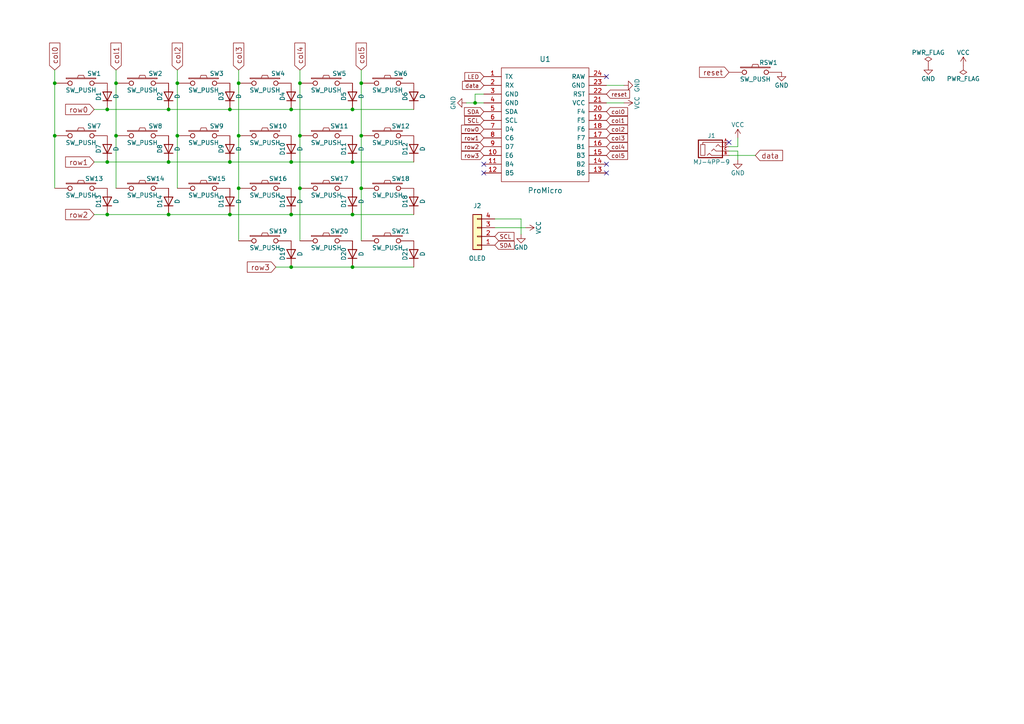
<source format=kicad_sch>
(kicad_sch (version 20230121) (generator eeschema)
  (paper "A4")
  (title_block (title "Corne Light") (date "2018-12-26") (rev "2.1") (company "foostan"))
  (lib_symbols
    (symbol "Connector_Generic:Conn_01x04" (pin_names (offset 1.016) hide)
      (property "Reference" "J" (at 0 5.08 0))
      (property "Value" "Conn_01x04" (at 0 -7.62 0))
      (symbol "Conn_01x04_1_1"
        (rectangle (start -1.27 -4.953) (end 0 -5.207) (stroke (width 0.1524)))
        (rectangle (start -1.27 -2.413) (end 0 -2.667) (stroke (width 0.1524)))
        (rectangle (start -1.27 0.127) (end 0 -0.127) (stroke (width 0.1524)))
        (rectangle (start -1.27 2.667) (end 0 2.413) (stroke (width 0.1524)))
        (rectangle (start -1.27 3.81) (end 1.27 -6.35) (stroke (width 0.254)) (fill (type background)))
        (pin passive line (at -5.08 2.54 0) (length 3.81) (name "Pin_1") (number "1"))
        (pin passive line (at -5.08 0 0) (length 3.81) (name "Pin_2") (number "2"))
        (pin passive line (at -5.08 -2.54 0) (length 3.81) (name "Pin_3") (number "3"))
        (pin passive line (at -5.08 -5.08 0) (length 3.81) (name "Pin_4") (number "4"))
      )
    )
    (symbol "Device:D" (pin_numbers hide) (pin_names (offset 1.016) hide)
      (property "Reference" "D" (at 0 2.54 0))
      (property "Value" "D" (at 0 -2.54 0))
      (symbol "D_0_1"
        (polyline (pts (xy -1.27 1.27) (xy -1.27 -1.27)) (stroke (width 0.254)))
        (polyline (pts (xy 1.27 0) (xy -1.27 0)))
        (polyline (pts (xy 1.27 1.27) (xy 1.27 -1.27) (xy -1.27 0) (xy 1.27 1.27)) (stroke (width 0.254)))
      )
      (symbol "D_1_1"
        (pin passive line (at -3.81 0 0) (length 2.54) (name "K") (number "1"))
        (pin passive line (at 3.81 0 180) (length 2.54) (name "A") (number "2"))
      )
    )
    (symbol "chococorne-rescue:MJ-4PP-9-kbd-corne-light-rescue" (pin_names (offset 1.016))
      (property "Reference" "J" (at 0 3.81 0))
      (property "Value" "MJ-4PP-9-kbd-corne-light-rescue" (at 0 -3.81 0))
      (symbol "MJ-4PP-9-kbd-corne-light-rescue_0_1"
        (rectangle (start -1.905 -1.905) (end -3.175 1.27))
        (polyline (pts (xy -2.54 1.27) (xy -2.54 1.905) (xy 3.175 1.905)))
        (polyline (pts (xy -1.27 -1.905) (xy -0.635 -1.27) (xy 0 -1.905) (xy 3.175 -1.905)))
        (polyline (pts (xy 0 -0.635) (xy 0.635 0) (xy 1.27 -0.635) (xy 3.175 -0.635)))
        (polyline (pts (xy 1.27 0.635) (xy 1.905 1.27) (xy 2.54 0.635) (xy 3.175 0.635)))
        (rectangle (start 3.175 2.54) (end -3.81 -2.54) (stroke (width 0.3048)))
      )
      (symbol "MJ-4PP-9-kbd-corne-light-rescue_1_1"
        (pin input line (at 5.08 1.905 180) (length 2.0066) (name "~") (number "A"))
        (pin input line (at 5.08 -1.905 180) (length 2.0066) (name "~") (number "B"))
        (pin input line (at 5.08 -0.635 180) (length 2.0066) (name "~") (number "C"))
        (pin input line (at 5.08 0.635 180) (length 2.0066) (name "~") (number "D"))
      )
    )
    (symbol "chococorne-rescue:ProMicro-kbd-corne-light-rescue" (pin_names (offset 1.016))
      (property "Reference" "U" (at 0 24.13 0))
      (property "Value" "ProMicro-kbd-corne-light-rescue" (at 0 -13.97 0))
      (symbol "ProMicro-kbd-corne-light-rescue_0_1"
        (rectangle (start -12.7 21.59) (end 12.7 -11.43))
      )
      (symbol "ProMicro-kbd-corne-light-rescue_1_1"
        (pin bidirectional line (at -17.78 19.05 0) (length 5.08) (name "TX") (number "1"))
        (pin bidirectional line (at -17.78 -3.81 0) (length 5.08) (name "E6") (number "10"))
        (pin bidirectional line (at -17.78 -6.35 0) (length 5.08) (name "B4") (number "11"))
        (pin bidirectional line (at -17.78 -8.89 0) (length 5.08) (name "B5") (number "12"))
        (pin bidirectional line (at 17.78 -8.89 180) (length 5.08) (name "B6") (number "13"))
        (pin bidirectional line (at 17.78 -6.35 180) (length 5.08) (name "B2") (number "14"))
        (pin bidirectional line (at 17.78 -3.81 180) (length 5.08) (name "B3") (number "15"))
        (pin bidirectional line (at 17.78 -1.27 180) (length 5.08) (name "B1") (number "16"))
        (pin bidirectional line (at 17.78 1.27 180) (length 5.08) (name "F7") (number "17"))
        (pin bidirectional line (at 17.78 3.81 180) (length 5.08) (name "F6") (number "18"))
        (pin bidirectional line (at 17.78 6.35 180) (length 5.08) (name "F5") (number "19"))
        (pin bidirectional line (at -17.78 16.51 0) (length 5.08) (name "RX") (number "2"))
        (pin bidirectional line (at 17.78 8.89 180) (length 5.08) (name "F4") (number "20"))
        (pin power_in line (at 17.78 11.43 180) (length 5.08) (name "VCC") (number "21"))
        (pin input line (at 17.78 13.97 180) (length 5.08) (name "RST") (number "22"))
        (pin power_in line (at 17.78 16.51 180) (length 5.08) (name "GND") (number "23"))
        (pin power_out line (at 17.78 19.05 180) (length 5.08) (name "RAW") (number "24"))
        (pin power_in line (at -17.78 13.97 0) (length 5.08) (name "GND") (number "3"))
        (pin power_in line (at -17.78 11.43 0) (length 5.08) (name "GND") (number "4"))
        (pin bidirectional line (at -17.78 8.89 0) (length 5.08) (name "SDA") (number "5"))
        (pin bidirectional line (at -17.78 6.35 0) (length 5.08) (name "SCL") (number "6"))
        (pin bidirectional line (at -17.78 3.81 0) (length 5.08) (name "D4") (number "7"))
        (pin bidirectional line (at -17.78 1.27 0) (length 5.08) (name "C6") (number "8"))
        (pin bidirectional line (at -17.78 -1.27 0) (length 5.08) (name "D7") (number "9"))
      )
    )
    (symbol "chococorne-rescue:SW_PUSH-kbd-corne-light-rescue" (pin_numbers hide) (pin_names (offset 1.016) hide)
      (property "Reference" "SW" (at 3.81 2.794 0))
      (property "Value" "SW_PUSH-kbd-corne-light-rescue" (at 0 -2.032 0))
      (symbol "SW_PUSH-kbd-corne-light-rescue_0_1"
        (rectangle (start -4.318 1.27) (end 4.318 1.524))
        (polyline (pts (xy -1.016 1.524) (xy -0.762 2.286) (xy 0.762 2.286) (xy 1.016 1.524)))
        (pin passive inverted (at -7.62 0 0) (length 5.08) (name "1") (number "1"))
        (pin passive inverted (at 7.62 0 180) (length 5.08) (name "2") (number "2"))
      )
    )
    (symbol "power:GND" (power) (pin_names (offset 0))
      (property "Value" "GND" (at 0 -3.81 0))
      (symbol "GND_0_1"
        (polyline (pts (xy 0 0) (xy 0 -1.27) (xy 1.27 -1.27) (xy 0 -2.54) (xy -1.27 -1.27) (xy 0 -1.27)))
      )
      (symbol "GND_1_1"
        (pin power_in line (at 0 0 270) (length 0) hide (name "GND") (number "1"))
      )
    )
    (symbol "power:PWR_FLAG" (power) (pin_numbers hide) (pin_names (offset 0) hide)
      (property "Value" "PWR_FLAG" (at 0 3.81 0))
      (symbol "PWR_FLAG_0_0"
        (pin power_out line (at 0 0 90) (length 0) (name "pwr") (number "1"))
      )
      (symbol "PWR_FLAG_0_1"
        (polyline (pts (xy 0 0) (xy 0 1.27) (xy -1.016 1.905) (xy 0 2.54) (xy 1.016 1.905) (xy 0 1.27)))
      )
    )
    (symbol "power:VCC" (power) (pin_names (offset 0))
      (property "Value" "VCC" (at 0 3.81 0))
      (symbol "VCC_0_1"
        (polyline (pts (xy -0.762 1.27) (xy 0 2.54)))
        (polyline (pts (xy 0 0) (xy 0 2.54)))
        (polyline (pts (xy 0 2.54) (xy 0.762 1.27)))
      )
      (symbol "VCC_1_1"
        (pin power_in line (at 0 0 90) (length 0) hide (name "VCC") (number "1"))
      )
    )
  )
  (junction (at 102.235 31.75))
  (junction (at 48.895 31.75))
  (junction (at 48.895 62.23))
  (junction (at 84.455 77.47))
  (junction (at 33.655 39.37))
  (junction (at 104.775 24.13))
  (junction (at 15.875 39.37))
  (junction (at 15.875 24.13))
  (junction (at 69.215 54.61))
  (junction (at 31.115 46.99))
  (junction (at 33.655 24.13))
  (junction (at 51.435 39.37))
  (junction (at 84.455 31.75))
  (junction (at 86.995 24.13))
  (junction (at 84.455 62.23))
  (junction (at 104.775 39.37))
  (junction (at 69.215 24.13))
  (junction (at 102.235 62.23))
  (junction (at 66.675 62.23))
  (junction (at 84.455 46.99))
  (junction (at 66.675 46.99))
  (junction (at 104.775 54.61))
  (junction (at 31.115 31.75))
  (junction (at 69.215 39.37))
  (junction (at 51.435 24.13))
  (junction (at 86.995 54.61))
  (junction (at 31.115 62.23))
  (junction (at 66.675 31.75))
  (junction (at 137.795 29.845))
  (junction (at 86.995 39.37))
  (junction (at 48.895 46.99))
  (junction (at 102.235 77.47))
  (junction (at 102.235 46.99))
  (no_connect (at 211.455 41.275))
  (no_connect (at 140.335 50.165))
  (no_connect (at 175.895 47.625))
  (no_connect (at 175.895 50.165))
  (no_connect (at 140.335 47.625))
  (no_connect (at 175.895 22.225))
  (wire (pts (xy 86.995 39.37) (xy 86.995 54.61)))
  (wire (pts (xy 102.235 62.23) (xy 120.015 62.23)))
  (wire (pts (xy 15.875 20.32) (xy 15.875 24.13)))
  (wire (pts (xy 27.305 62.23) (xy 31.115 62.23)))
  (wire (pts (xy 175.895 29.845) (xy 180.975 29.845)))
  (wire (pts (xy 104.775 54.61) (xy 104.775 69.85)))
  (wire (pts (xy 66.675 31.75) (xy 84.455 31.75)))
  (wire (pts (xy 69.215 24.13) (xy 69.215 39.37)))
  (wire (pts (xy 84.455 62.23) (xy 102.235 62.23)))
  (wire (pts (xy 135.255 29.845) (xy 137.795 29.845)))
  (wire (pts (xy 137.795 27.305) (xy 137.795 29.845)))
  (wire (pts (xy 33.655 24.13) (xy 33.655 39.37)))
  (wire (pts (xy 66.675 46.99) (xy 84.455 46.99)))
  (wire (pts (xy 69.215 54.61) (xy 69.215 69.85)))
  (wire (pts (xy 48.895 62.23) (xy 66.675 62.23)))
  (wire (pts (xy 86.995 20.32) (xy 86.995 24.13)))
  (wire (pts (xy 51.435 20.32) (xy 51.435 24.13)))
  (wire (pts (xy 102.235 46.99) (xy 120.015 46.99)))
  (wire (pts (xy 80.01 77.47) (xy 84.455 77.47)))
  (wire (pts (xy 151.13 67.945) (xy 151.13 63.5)))
  (wire (pts (xy 137.795 29.845) (xy 140.335 29.845)))
  (wire (pts (xy 31.115 31.75) (xy 48.895 31.75)))
  (wire (pts (xy 104.775 20.32) (xy 104.775 24.13)))
  (wire (pts (xy 15.875 39.37) (xy 15.875 54.61)))
  (wire (pts (xy 84.455 31.75) (xy 102.235 31.75)))
  (wire (pts (xy 31.115 62.23) (xy 48.895 62.23)))
  (wire (pts (xy 27.305 31.75) (xy 31.115 31.75)))
  (wire (pts (xy 213.995 43.815) (xy 213.995 46.355)))
  (wire (pts (xy 140.335 27.305) (xy 137.795 27.305)))
  (wire (pts (xy 104.775 39.37) (xy 104.775 54.61)))
  (wire (pts (xy 211.455 45.085) (xy 219.075 45.085)))
  (wire (pts (xy 27.305 46.99) (xy 31.115 46.99)))
  (wire (pts (xy 33.655 20.32) (xy 33.655 24.13)))
  (wire (pts (xy 33.655 39.37) (xy 33.655 54.61)))
  (wire (pts (xy 104.775 24.13) (xy 104.775 39.37)))
  (wire (pts (xy 213.995 42.545) (xy 213.995 40.005)))
  (wire (pts (xy 86.995 54.61) (xy 86.995 69.85)))
  (wire (pts (xy 15.875 24.13) (xy 15.875 39.37)))
  (wire (pts (xy 102.235 77.47) (xy 120.015 77.47)))
  (wire (pts (xy 84.455 46.99) (xy 102.235 46.99)))
  (wire (pts (xy 211.455 43.815) (xy 213.995 43.815)))
  (wire (pts (xy 102.235 31.75) (xy 120.015 31.75)))
  (wire (pts (xy 51.435 24.13) (xy 51.435 39.37)))
  (wire (pts (xy 143.51 66.04) (xy 152.4 66.04)))
  (wire (pts (xy 66.675 62.23) (xy 84.455 62.23)))
  (wire (pts (xy 84.455 77.47) (xy 102.235 77.47)))
  (wire (pts (xy 86.995 24.13) (xy 86.995 39.37)))
  (wire (pts (xy 69.215 39.37) (xy 69.215 54.61)))
  (wire (pts (xy 48.895 31.75) (xy 66.675 31.75)))
  (wire (pts (xy 48.895 46.99) (xy 66.675 46.99)))
  (wire (pts (xy 151.13 63.5) (xy 143.51 63.5)))
  (wire (pts (xy 51.435 39.37) (xy 51.435 54.61)))
  (wire (pts (xy 69.215 20.32) (xy 69.215 24.13)))
  (wire (pts (xy 211.455 42.545) (xy 213.995 42.545)))
  (wire (pts (xy 175.895 24.765) (xy 180.975 24.765)))
  (wire (pts (xy 31.115 46.99) (xy 48.895 46.99)))
  (global_label "row2" (shape input) (at 27.305 62.23 180) (effects (font (size 1.524 1.524))) (property "Intersheetrefs" "${INTERSHEET_REFS}" (effects hide)))
  (global_label "col5" (shape input) (at 175.895 45.085 0) (effects (font (size 1.1938 1.1938))) (property "Intersheetrefs" "${INTERSHEET_REFS}" (effects hide)))
  (global_label "row2" (shape input) (at 140.335 42.545 180) (effects (font (size 1.1938 1.1938))) (property "Intersheetrefs" "${INTERSHEET_REFS}" (effects hide)))
  (global_label "col4" (shape input) (at 175.895 42.545 0) (effects (font (size 1.1938 1.1938))) (property "Intersheetrefs" "${INTERSHEET_REFS}" (effects hide)))
  (global_label "col1" (shape input) (at 33.655 20.32 90) (effects (font (size 1.524 1.524))) (property "Intersheetrefs" "${INTERSHEET_REFS}" (effects hide)))
  (global_label "SDA" (shape input) (at 143.51 71.12 0) (effects (font (size 1.1938 1.1938))) (property "Intersheetrefs" "${INTERSHEET_REFS}" (effects hide)))
  (global_label "data" (shape input) (at 219.075 45.085 0) (effects (font (size 1.524 1.524))) (property "Intersheetrefs" "${INTERSHEET_REFS}" (effects hide)))
  (global_label "col3" (shape input) (at 175.895 40.005 0) (effects (font (size 1.1938 1.1938))) (property "Intersheetrefs" "${INTERSHEET_REFS}" (effects hide)))
  (global_label "SDA" (shape input) (at 140.335 32.385 180) (effects (font (size 1.1938 1.1938))) (property "Intersheetrefs" "${INTERSHEET_REFS}" (effects hide)))
  (global_label "SCL" (shape input) (at 140.335 34.925 180) (effects (font (size 1.1938 1.1938))) (property "Intersheetrefs" "${INTERSHEET_REFS}" (effects hide)))
  (global_label "col5" (shape input) (at 104.775 20.32 90) (effects (font (size 1.524 1.524))) (property "Intersheetrefs" "${INTERSHEET_REFS}" (effects hide)))
  (global_label "row3" (shape input) (at 140.335 45.085 180) (effects (font (size 1.1938 1.1938))) (property "Intersheetrefs" "${INTERSHEET_REFS}" (effects hide)))
  (global_label "row3" (shape input) (at 80.01 77.47 180) (effects (font (size 1.524 1.524))) (property "Intersheetrefs" "${INTERSHEET_REFS}" (effects hide)))
  (global_label "col0" (shape input) (at 15.875 20.32 90) (effects (font (size 1.524 1.524))) (property "Intersheetrefs" "${INTERSHEET_REFS}" (effects hide)))
  (global_label "row1" (shape input) (at 27.305 46.99 180) (effects (font (size 1.524 1.524))) (property "Intersheetrefs" "${INTERSHEET_REFS}" (effects hide)))
  (global_label "reset" (shape input) (at 211.455 20.955 180) (effects (font (size 1.524 1.524))) (property "Intersheetrefs" "${INTERSHEET_REFS}" (effects hide)))
  (global_label "col0" (shape input) (at 175.895 32.385 0) (effects (font (size 1.1938 1.1938))) (property "Intersheetrefs" "${INTERSHEET_REFS}" (effects hide)))
  (global_label "col4" (shape input) (at 86.995 20.32 90) (effects (font (size 1.524 1.524))) (property "Intersheetrefs" "${INTERSHEET_REFS}" (effects hide)))
  (global_label "col2" (shape input) (at 175.895 37.465 0) (effects (font (size 1.1938 1.1938))) (property "Intersheetrefs" "${INTERSHEET_REFS}" (effects hide)))
  (global_label "row0" (shape input) (at 140.335 37.465 180) (effects (font (size 1.1938 1.1938))) (property "Intersheetrefs" "${INTERSHEET_REFS}" (effects hide)))
  (global_label "LED" (shape input) (at 140.335 22.225 180) (effects (font (size 1.1938 1.1938))) (property "Intersheetrefs" "${INTERSHEET_REFS}" (effects hide)))
  (global_label "reset" (shape input) (at 175.895 27.305 0) (effects (font (size 1.1938 1.1938))) (property "Intersheetrefs" "${INTERSHEET_REFS}" (effects hide)))
  (global_label "row0" (shape input) (at 27.305 31.75 180) (effects (font (size 1.524 1.524))) (property "Intersheetrefs" "${INTERSHEET_REFS}" (effects hide)))
  (global_label "data" (shape input) (at 140.335 24.765 180) (effects (font (size 1.1938 1.1938))) (property "Intersheetrefs" "${INTERSHEET_REFS}" (effects hide)))
  (global_label "row1" (shape input) (at 140.335 40.005 180) (effects (font (size 1.1938 1.1938))) (property "Intersheetrefs" "${INTERSHEET_REFS}" (effects hide)))
  (global_label "SCL" (shape input) (at 143.51 68.58 0) (effects (font (size 1.1938 1.1938))) (property "Intersheetrefs" "${INTERSHEET_REFS}" (effects hide)))
  (global_label "col1" (shape input) (at 175.895 34.925 0) (effects (font (size 1.1938 1.1938))) (property "Intersheetrefs" "${INTERSHEET_REFS}" (effects hide)))
  (global_label "col2" (shape input) (at 51.435 20.32 90) (effects (font (size 1.524 1.524))) (property "Intersheetrefs" "${INTERSHEET_REFS}" (effects hide)))
  (global_label "col3" (shape input) (at 69.215 20.32 90) (effects (font (size 1.524 1.524))) (property "Intersheetrefs" "${INTERSHEET_REFS}" (effects hide)))
  (symbol (lib_id "chococorne-rescue:ProMicro-kbd-corne-light-rescue") (at 158.115 41.275 0) (unit 1)
    (property "Reference" "U1" (at 158.115 17.145 0) (effects (font (size 1.524 1.524))))
    (property "Value" "ProMicro" (at 158.115 55.245 0) (effects (font (size 1.524 1.524))))
    (property "Footprint" "kbd:ProMicro_v2_1side" (effects hide))
  )
  (symbol (lib_id "chococorne-rescue:SW_PUSH-kbd-corne-light-rescue") (at 41.275 24.13 0) (unit 1)
    (property "Reference" "SW2" (at 45.085 21.336 0))
    (property "Value" "SW_PUSH" (at 41.275 26.162 0))
    (property "Footprint" "kbd:CherryMX_Choc_1u" (effects hide))
  )
  (symbol (lib_id "Device:D") (at 48.895 27.94 90) (unit 1)
    (property "Reference" "D2" (at 46.355 27.94 0))
    (property "Value" "D" (at 51.435 27.94 0))
    (property "Footprint" "kbd:D3_SMD" (effects hide))
  )
  (symbol (lib_id "chococorne-rescue:SW_PUSH-kbd-corne-light-rescue") (at 59.055 24.13 0) (unit 1)
    (property "Reference" "SW3" (at 62.865 21.336 0))
    (property "Value" "SW_PUSH" (at 59.055 26.162 0))
    (property "Footprint" "kbd:CherryMX_Choc_1u" (effects hide))
  )
  (symbol (lib_id "Device:D") (at 66.675 27.94 90) (unit 1)
    (property "Reference" "D3" (at 64.135 27.94 0))
    (property "Value" "D" (at 69.215 27.94 0))
    (property "Footprint" "kbd:D3_SMD" (effects hide))
  )
  (symbol (lib_id "chococorne-rescue:SW_PUSH-kbd-corne-light-rescue") (at 76.835 24.13 0) (unit 1)
    (property "Reference" "SW4" (at 80.645 21.336 0))
    (property "Value" "SW_PUSH" (at 76.835 26.162 0))
    (property "Footprint" "kbd:CherryMX_Choc_1u" (effects hide))
  )
  (symbol (lib_id "chococorne-rescue:SW_PUSH-kbd-corne-light-rescue") (at 94.615 24.13 0) (unit 1)
    (property "Reference" "SW5" (at 98.425 21.336 0))
    (property "Value" "SW_PUSH" (at 94.615 26.162 0))
    (property "Footprint" "kbd:CherryMX_Choc_1u" (effects hide))
  )
  (symbol (lib_id "chococorne-rescue:SW_PUSH-kbd-corne-light-rescue") (at 112.395 24.13 0) (unit 1)
    (property "Reference" "SW6" (at 116.205 21.336 0))
    (property "Value" "SW_PUSH" (at 112.395 26.162 0))
    (property "Footprint" "kbd:CherryMX_Choc_1u" (effects hide))
  )
  (symbol (lib_id "Device:D") (at 84.455 27.94 90) (unit 1)
    (property "Reference" "D4" (at 81.915 27.94 0))
    (property "Value" "D" (at 86.995 27.94 0))
    (property "Footprint" "kbd:D3_SMD" (effects hide))
  )
  (symbol (lib_id "Device:D") (at 102.235 27.94 90) (unit 1)
    (property "Reference" "D5" (at 99.695 27.94 0))
    (property "Value" "D" (at 104.775 27.94 0))
    (property "Footprint" "kbd:D3_SMD" (effects hide))
  )
  (symbol (lib_id "Device:D") (at 120.015 27.94 90) (unit 1)
    (property "Reference" "D6" (at 117.475 27.94 0))
    (property "Value" "D" (at 122.555 27.94 0))
    (property "Footprint" "kbd:D3_SMD" (effects hide))
  )
  (symbol (lib_id "chococorne-rescue:SW_PUSH-kbd-corne-light-rescue") (at 23.495 24.13 0) (unit 1)
    (property "Reference" "SW1" (at 27.305 21.336 0))
    (property "Value" "SW_PUSH" (at 23.495 26.162 0))
    (property "Footprint" "kbd:CherryMX_Choc_1u" (effects hide))
  )
  (symbol (lib_id "Device:D") (at 31.115 27.94 90) (unit 1)
    (property "Reference" "D1" (at 28.575 27.94 0))
    (property "Value" "D" (at 33.655 27.94 0))
    (property "Footprint" "kbd:D3_SMD" (effects hide))
  )
  (symbol (lib_id "chococorne-rescue:SW_PUSH-kbd-corne-light-rescue") (at 41.275 39.37 0) (unit 1)
    (property "Reference" "SW8" (at 45.085 36.576 0))
    (property "Value" "SW_PUSH" (at 41.275 41.402 0))
    (property "Footprint" "kbd:CherryMX_Choc_1u" (effects hide))
  )
  (symbol (lib_id "Device:D") (at 48.895 43.18 90) (unit 1)
    (property "Reference" "D8" (at 46.355 43.18 0))
    (property "Value" "D" (at 51.435 43.18 0))
    (property "Footprint" "kbd:D3_SMD" (effects hide))
  )
  (symbol (lib_id "chococorne-rescue:SW_PUSH-kbd-corne-light-rescue") (at 59.055 39.37 0) (unit 1)
    (property "Reference" "SW9" (at 62.865 36.576 0))
    (property "Value" "SW_PUSH" (at 59.055 41.402 0))
    (property "Footprint" "kbd:CherryMX_Choc_1u" (effects hide))
  )
  (symbol (lib_id "Device:D") (at 66.675 43.18 90) (unit 1)
    (property "Reference" "D9" (at 64.135 43.18 0))
    (property "Value" "D" (at 69.215 43.18 0))
    (property "Footprint" "kbd:D3_SMD" (effects hide))
  )
  (symbol (lib_id "chococorne-rescue:SW_PUSH-kbd-corne-light-rescue") (at 76.835 39.37 0) (unit 1)
    (property "Reference" "SW10" (at 80.645 36.576 0))
    (property "Value" "SW_PUSH" (at 76.835 41.402 0))
    (property "Footprint" "kbd:CherryMX_Choc_1u" (effects hide))
  )
  (symbol (lib_id "chococorne-rescue:SW_PUSH-kbd-corne-light-rescue") (at 94.615 39.37 0) (unit 1)
    (property "Reference" "SW11" (at 98.425 36.576 0))
    (property "Value" "SW_PUSH" (at 94.615 41.402 0))
    (property "Footprint" "kbd:CherryMX_Choc_1u" (effects hide))
  )
  (symbol (lib_id "chococorne-rescue:SW_PUSH-kbd-corne-light-rescue") (at 112.395 39.37 0) (unit 1)
    (property "Reference" "SW12" (at 116.205 36.576 0))
    (property "Value" "SW_PUSH" (at 112.395 41.402 0))
    (property "Footprint" "kbd:CherryMX_Choc_1u" (effects hide))
  )
  (symbol (lib_id "Device:D") (at 84.455 43.18 90) (unit 1)
    (property "Reference" "D10" (at 81.915 43.18 0))
    (property "Value" "D" (at 86.995 43.18 0))
    (property "Footprint" "kbd:D3_SMD" (effects hide))
  )
  (symbol (lib_id "Device:D") (at 102.235 43.18 90) (unit 1)
    (property "Reference" "D11" (at 99.695 43.18 0))
    (property "Value" "D" (at 104.775 43.18 0))
    (property "Footprint" "kbd:D3_SMD" (effects hide))
  )
  (symbol (lib_id "Device:D") (at 120.015 43.18 90) (unit 1)
    (property "Reference" "D12" (at 117.475 43.18 0))
    (property "Value" "D" (at 122.555 43.18 0))
    (property "Footprint" "kbd:D3_SMD" (effects hide))
  )
  (symbol (lib_id "chococorne-rescue:SW_PUSH-kbd-corne-light-rescue") (at 23.495 39.37 0) (unit 1)
    (property "Reference" "SW7" (at 27.305 36.576 0))
    (property "Value" "SW_PUSH" (at 23.495 41.402 0))
    (property "Footprint" "kbd:CherryMX_Choc_1u" (effects hide))
  )
  (symbol (lib_id "Device:D") (at 31.115 43.18 90) (unit 1)
    (property "Reference" "D7" (at 28.575 43.18 0))
    (property "Value" "D" (at 33.655 43.18 0))
    (property "Footprint" "kbd:D3_SMD" (effects hide))
  )
  (symbol (lib_id "chococorne-rescue:SW_PUSH-kbd-corne-light-rescue") (at 41.275 54.61 0) (unit 1)
    (property "Reference" "SW14" (at 45.085 51.816 0))
    (property "Value" "SW_PUSH" (at 41.275 56.642 0))
    (property "Footprint" "kbd:CherryMX_Choc_1u" (effects hide))
  )
  (symbol (lib_id "Device:D") (at 48.895 58.42 90) (unit 1)
    (property "Reference" "D14" (at 46.355 58.42 0))
    (property "Value" "D" (at 51.435 58.42 0))
    (property "Footprint" "kbd:D3_SMD" (effects hide))
  )
  (symbol (lib_id "chococorne-rescue:SW_PUSH-kbd-corne-light-rescue") (at 59.055 54.61 0) (unit 1)
    (property "Reference" "SW15" (at 62.865 51.816 0))
    (property "Value" "SW_PUSH" (at 59.055 56.642 0))
    (property "Footprint" "kbd:CherryMX_Choc_1u" (effects hide))
  )
  (symbol (lib_id "Device:D") (at 66.675 58.42 90) (unit 1)
    (property "Reference" "D15" (at 64.135 58.42 0))
    (property "Value" "D" (at 69.215 58.42 0))
    (property "Footprint" "kbd:D3_SMD" (effects hide))
  )
  (symbol (lib_id "chococorne-rescue:SW_PUSH-kbd-corne-light-rescue") (at 76.835 54.61 0) (unit 1)
    (property "Reference" "SW16" (at 80.645 51.816 0))
    (property "Value" "SW_PUSH" (at 76.835 56.642 0))
    (property "Footprint" "kbd:CherryMX_Choc_1u" (effects hide))
  )
  (symbol (lib_id "chococorne-rescue:SW_PUSH-kbd-corne-light-rescue") (at 94.615 54.61 0) (unit 1)
    (property "Reference" "SW17" (at 98.425 51.816 0))
    (property "Value" "SW_PUSH" (at 94.615 56.642 0))
    (property "Footprint" "kbd:CherryMX_Choc_1u" (effects hide))
  )
  (symbol (lib_id "chococorne-rescue:SW_PUSH-kbd-corne-light-rescue") (at 112.395 54.61 0) (unit 1)
    (property "Reference" "SW18" (at 116.205 51.816 0))
    (property "Value" "SW_PUSH" (at 112.395 56.642 0))
    (property "Footprint" "kbd:CherryMX_Choc_1u" (effects hide))
  )
  (symbol (lib_id "Device:D") (at 84.455 58.42 90) (unit 1)
    (property "Reference" "D16" (at 81.915 58.42 0))
    (property "Value" "D" (at 86.995 58.42 0))
    (property "Footprint" "kbd:D3_SMD" (effects hide))
  )
  (symbol (lib_id "Device:D") (at 102.235 58.42 90) (unit 1)
    (property "Reference" "D17" (at 99.695 58.42 0))
    (property "Value" "D" (at 104.775 58.42 0))
    (property "Footprint" "kbd:D3_SMD" (effects hide))
  )
  (symbol (lib_id "Device:D") (at 120.015 58.42 90) (unit 1)
    (property "Reference" "D18" (at 117.475 58.42 0))
    (property "Value" "D" (at 122.555 58.42 0))
    (property "Footprint" "kbd:D3_SMD" (effects hide))
  )
  (symbol (lib_id "chococorne-rescue:SW_PUSH-kbd-corne-light-rescue") (at 23.495 54.61 0) (unit 1)
    (property "Reference" "SW13" (at 27.305 51.816 0))
    (property "Value" "SW_PUSH" (at 23.495 56.642 0))
    (property "Footprint" "kbd:CherryMX_Choc_1u" (effects hide))
  )
  (symbol (lib_id "Device:D") (at 31.115 58.42 90) (unit 1)
    (property "Reference" "D13" (at 28.575 58.42 0))
    (property "Value" "D" (at 33.655 58.42 0))
    (property "Footprint" "kbd:D3_SMD" (effects hide))
  )
  (symbol (lib_id "chococorne-rescue:SW_PUSH-kbd-corne-light-rescue") (at 94.615 69.85 0) (unit 1)
    (property "Reference" "SW20" (at 98.425 67.056 0))
    (property "Value" "SW_PUSH" (at 94.615 71.882 0))
    (property "Footprint" "kbd:CherryMX_Choc_1u" (effects hide))
  )
  (symbol (lib_id "Device:D") (at 102.235 73.66 90) (unit 1)
    (property "Reference" "D20" (at 99.695 73.66 0))
    (property "Value" "D" (at 104.775 73.66 0))
    (property "Footprint" "kbd:D3_SMD" (effects hide))
  )
  (symbol (lib_id "chococorne-rescue:SW_PUSH-kbd-corne-light-rescue") (at 112.395 69.85 0) (unit 1)
    (property "Reference" "SW21" (at 116.205 67.056 0))
    (property "Value" "SW_PUSH" (at 112.395 71.882 0))
    (property "Footprint" "kbd:CherryMX_Choc_1.5u" (effects hide))
  )
  (symbol (lib_id "Device:D") (at 120.015 73.66 90) (unit 1)
    (property "Reference" "D21" (at 117.475 73.66 0))
    (property "Value" "D" (at 122.555 73.66 0))
    (property "Footprint" "kbd:D3_SMD" (effects hide))
  )
  (symbol (lib_id "chococorne-rescue:SW_PUSH-kbd-corne-light-rescue") (at 76.835 69.85 0) (unit 1)
    (property "Reference" "SW19" (at 80.645 67.056 0))
    (property "Value" "SW_PUSH" (at 76.835 71.882 0))
    (property "Footprint" "kbd:CherryMX_Choc_1u" (effects hide))
  )
  (symbol (lib_id "Device:D") (at 84.455 73.66 90) (unit 1)
    (property "Reference" "D19" (at 81.915 73.66 0))
    (property "Value" "D" (at 86.995 73.66 0))
    (property "Footprint" "kbd:D3_SMD" (effects hide))
  )
  (symbol (lib_id "power:GND") (at 180.975 24.765 90) (unit 1)
    (property "Reference" "#PWR03" (effects hide))
    (property "Value" "GND" (at 184.785 24.765 0))
  )
  (symbol (lib_id "power:VCC") (at 180.975 29.845 270) (unit 1)
    (property "Reference" "#PWR05" (effects hide))
    (property "Value" "VCC" (at 184.785 29.845 0))
  )
  (symbol (lib_id "power:GND") (at 135.255 29.845 270) (unit 1)
    (property "Reference" "#PWR04" (effects hide))
    (property "Value" "GND" (at 131.445 29.845 0))
  )
  (symbol (lib_id "power:GND") (at 269.24 19.05 0) (unit 1)
    (property "Reference" "#PWR01" (effects hide))
    (property "Value" "GND" (at 269.24 22.86 0))
  )
  (symbol (lib_id "power:VCC") (at 279.4 19.05 0) (unit 1)
    (property "Reference" "#PWR02" (effects hide))
    (property "Value" "VCC" (at 279.4 15.24 0))
  )
  (symbol (lib_id "power:PWR_FLAG") (at 279.4 19.05 180) (unit 1)
    (property "Reference" "#FLG02" (effects hide))
    (property "Value" "PWR_FLAG" (at 279.4 22.86 0))
  )
  (symbol (lib_id "power:PWR_FLAG") (at 269.24 19.05 0) (unit 1)
    (property "Reference" "#FLG01" (effects hide))
    (property "Value" "PWR_FLAG" (at 269.24 15.24 0))
  )
  (symbol (lib_id "chococorne-rescue:SW_PUSH-kbd-corne-light-rescue") (at 219.075 20.955 0) (unit 1)
    (property "Reference" "RSW1" (at 222.885 18.161 0))
    (property "Value" "SW_PUSH" (at 219.075 22.987 0))
    (property "Footprint" "kbd:ResetSW_1side" (effects hide))
  )
  (symbol (lib_id "power:GND") (at 226.695 20.955 0) (unit 1)
    (property "Reference" "#PWR07" (effects hide))
    (property "Value" "GND" (at 226.695 24.765 0))
  )
  (symbol (lib_id "power:VCC") (at 213.995 40.005 0) (unit 1)
    (property "Reference" "#PWR06" (effects hide))
    (property "Value" "VCC" (at 213.995 36.195 0))
  )
  (symbol (lib_id "power:GND") (at 213.995 46.355 0) (unit 1)
    (property "Reference" "#PWR08" (effects hide))
    (property "Value" "GND" (at 213.995 50.165 0))
  )
  (symbol (lib_id "Connector_Generic:Conn_01x04") (at 138.43 68.58 180) (unit 1)
    (property "Reference" "J2" (at 138.43 59.69 0))
    (property "Value" "OLED" (at 138.43 74.93 0))
    (property "Footprint" "kbd:OLED_1side" (effects hide))
  )
  (symbol (lib_id "power:GND") (at 151.13 67.945 0) (unit 1)
    (property "Reference" "#PWR019" (effects hide))
    (property "Value" "GND" (at 151.13 71.755 0))
  )
  (symbol (lib_id "power:VCC") (at 152.4 66.04 270) (unit 1)
    (property "Reference" "#PWR018" (effects hide))
    (property "Value" "VCC" (at 156.21 66.04 0))
  )
  (symbol (lib_id "chococorne-rescue:MJ-4PP-9-kbd-corne-light-rescue") (at 206.375 43.18 0) (unit 1)
    (property "Reference" "J1" (at 206.375 39.37 0))
    (property "Value" "MJ-4PP-9" (at 206.375 46.99 0))
    (property "Footprint" "kbd:MJ-4PP-9_1side" (effects hide))
  )
)
</source>
